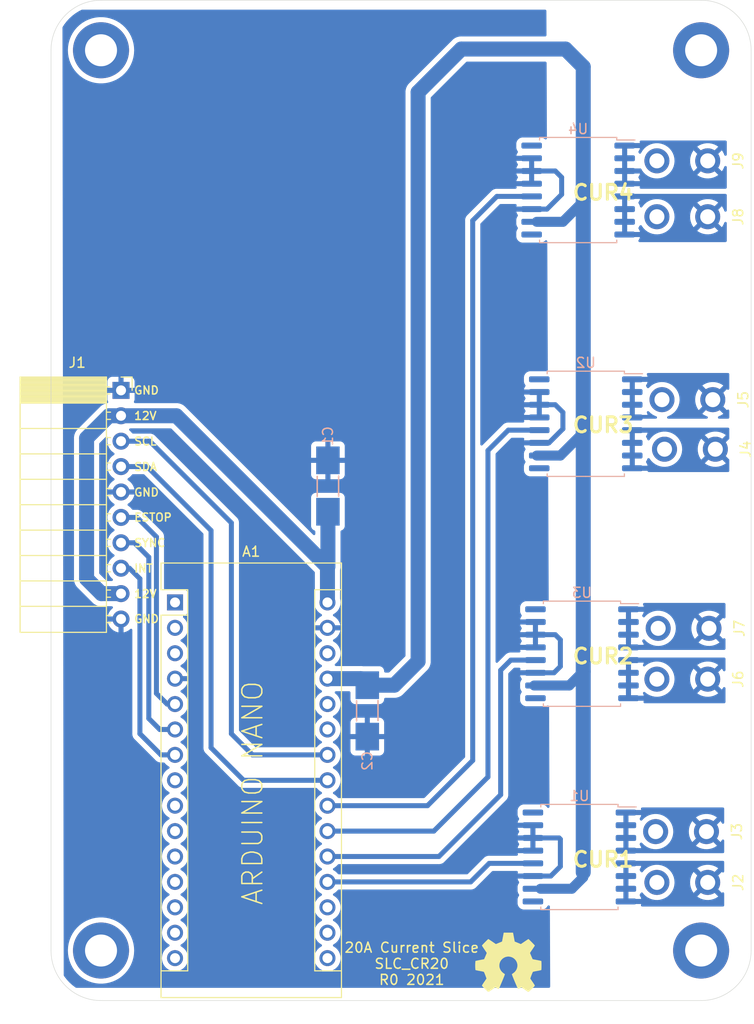
<source format=kicad_pcb>
(kicad_pcb (version 20240108) (generator "pcbnew") (generator_version "8.0")
  (layers (0 "F.Cu" signal) (31 "B.Cu" signal) (34 "B.Paste" user) (35 "F.Paste" user) (36 "B.SilkS" user "B.Silkscreen") (37 "F.SilkS" user "F.Silkscreen") (38 "B.Mask" user) (39 "F.Mask" user) (44 "Edge.Cuts" user))
  (net 0 "")
  (net 1 "Net-(A1-Pad16)")
  (net 2 "Net-(A1-Pad15)")
  (net 3 "Net-(A1-Pad14)")
  (net 4 "GND")
  (net 5 "Net-(A1-Pad13)")
  (net 6 "Net-(A1-Pad28)")
  (net 7 "Net-(A1-Pad12)")
  (net 8 "+5V")
  (net 9 "Net-(A1-Pad11)")
  (net 10 "Net-(A1-Pad26)")
  (net 11 "Net-(A1-Pad10)")
  (net 12 "Net-(A1-Pad25)")
  (net 13 "Net-(A1-Pad9)")
  (net 14 "/I2C_CLK")
  (net 15 "Net-(A1-Pad8)")
  (net 16 "/I2C_DAT")
  (net 17 "/SYNC")
  (net 18 "/E_STOP")
  (net 19 "Net-(A1-Pad3)")
  (net 20 "Net-(A1-Pad18)")
  (net 21 "Net-(A1-Pad2)")
  (net 22 "Net-(A1-Pad17)")
  (net 23 "Net-(A1-Pad1)")
  (net 24 "+12V")
  (net 25 "/INT")
  (net 26 "/CURR1")
  (net 27 "/CURR2")
  (net 28 "/CURR3")
  (net 29 "/CURR4")
  (net 30 "Net-(J2-Pad1)")
  (net 31 "Net-(J3-Pad1)")
  (net 32 "Net-(J4-Pad1)")
  (net 33 "Net-(J5-Pad1)")
  (net 34 "Net-(U1-Pad16)")
  (net 35 "Net-(U1-Pad9)")
  (net 36 "Net-(U2-Pad16)")
  (net 37 "Net-(U2-Pad9)")
  (net 38 "Net-(U3-Pad16)")
  (net 39 "Net-(U3-Pad9)")
  (net 40 "Net-(U4-Pad16)")
  (net 41 "Net-(U4-Pad9)")
  (net 42 "Net-(J6-Pad1)")
  (net 43 "Net-(J7-Pad1)")
  (net 44 "Net-(J8-Pad1)")
  (net 45 "Net-(J9-Pad1)")
  (footprint "MountingHole:MountingHole_3.2mm_M3_DIN965_Pad" (layer "F.Cu") (at 127.6 44.8)
    (property "Reference" "H1" (hide yes))
    (property "Value" "MountingHole")
    (pad "1" thru_hole circle (at 0 0) (size 5.6 5.6) (drill 3.2) (layers "*.Cu" "*.Mask"))
  )
  (footprint "MountingHole:MountingHole_3.2mm_M3_DIN965_Pad" (layer "F.Cu") (at 187.6 44.8)
    (property "Reference" "H2" (hide yes))
    (property "Value" "MountingHole")
    (pad "1" thru_hole circle (at 0 0) (size 5.6 5.6) (drill 3.2) (layers "*.Cu" "*.Mask"))
  )
  (footprint "MountingHole:MountingHole_3.2mm_M3_DIN965_Pad" (layer "F.Cu") (at 127.6 134.8)
    (property "Reference" "H3" (hide yes))
    (property "Value" "MountingHole")
    (pad "1" thru_hole circle (at 0 0) (size 5.6 5.6) (drill 3.2) (layers "*.Cu" "*.Mask"))
  )
  (footprint "MountingHole:MountingHole_3.2mm_M3_DIN965_Pad" (layer "F.Cu") (at 187.6 134.8)
    (property "Reference" "H4" (hide yes))
    (property "Value" "MountingHole")
    (pad "1" thru_hole circle (at 0 0) (size 5.6 5.6) (drill 3.2) (layers "*.Cu" "*.Mask"))
  )
  (footprint "Module:Arduino_Nano" (layer "F.Cu") (at 135 100)
    (property "Reference" "A1" (at 7.62 -5.08 0) (layer "F.SilkS"))
    (property "Value" "Arduino_Nano_v3.x")
    (fp_line (start -1.4 -3.94) (end -1.4 -1.27) (stroke (width 0.12)) (layer "F.SilkS"))
    (fp_line (start -1.4 1.27) (end -1.4 39.5) (stroke (width 0.12)) (layer "F.SilkS"))
    (fp_line (start -1.4 39.5) (end 16.64 39.5) (stroke (width 0.12)) (layer "F.SilkS"))
    (fp_line (start 1.27 -1.27) (end -1.4 -1.27) (stroke (width 0.12)) (layer "F.SilkS"))
    (fp_line (start 1.27 1.27) (end -1.4 1.27) (stroke (width 0.12)) (layer "F.SilkS"))
    (fp_line (start 1.27 1.27) (end 1.27 -1.27) (stroke (width 0.12)) (layer "F.SilkS"))
    (fp_line (start 1.27 1.27) (end 1.27 36.83) (stroke (width 0.12)) (layer "F.SilkS"))
    (fp_line (start 1.27 36.83) (end -1.4 36.83) (stroke (width 0.12)) (layer "F.SilkS"))
    (fp_line (start 13.97 -1.27) (end 13.97 36.83) (stroke (width 0.12)) (layer "F.SilkS"))
    (fp_line (start 13.97 -1.27) (end 16.64 -1.27) (stroke (width 0.12)) (layer "F.SilkS"))
    (fp_line (start 13.97 36.83) (end 16.64 36.83) (stroke (width 0.12)) (layer "F.SilkS"))
    (fp_line (start 16.64 -3.94) (end -1.4 -3.94) (stroke (width 0.12)) (layer "F.SilkS"))
    (fp_line (start 16.64 39.5) (end 16.64 -3.94) (stroke (width 0.12)) (layer "F.SilkS"))
    (pad "1" thru_hole rect (at 0 0) (size 1.6 1.6) (drill 1) (layers "*.Cu" "*.Mask") (net 23 "Net-(A1-Pad1)"))
    (pad "2" thru_hole oval (at 0 2.54) (size 1.6 1.6) (drill 1) (layers "*.Cu" "*.Mask") (net 21 "Net-(A1-Pad2)"))
    (pad "3" thru_hole oval (at 0 5.08) (size 1.6 1.6) (drill 1) (layers "*.Cu" "*.Mask") (net 19 "Net-(A1-Pad3)"))
    (pad "4" thru_hole oval (at 0 7.62) (size 1.6 1.6) (drill 1) (layers "*.Cu" "*.Mask") (net 4 "GND"))
    (pad "5" thru_hole oval (at 0 10.16) (size 1.6 1.6) (drill 1) (layers "*.Cu" "*.Mask") (net 18 "/E_STOP"))
    (pad "6" thru_hole oval (at 0 12.7) (size 1.6 1.6) (drill 1) (layers "*.Cu" "*.Mask") (net 25 "/INT"))
    (pad "7" thru_hole oval (at 0 15.24) (size 1.6 1.6) (drill 1) (layers "*.Cu" "*.Mask") (net 17 "/SYNC"))
    (pad "8" thru_hole oval (at 0 17.78) (size 1.6 1.6) (drill 1) (layers "*.Cu" "*.Mask") (net 15 "Net-(A1-Pad8)"))
    (pad "9" thru_hole oval (at 0 20.32) (size 1.6 1.6) (drill 1) (layers "*.Cu" "*.Mask") (net 13 "Net-(A1-Pad9)"))
    (pad "10" thru_hole oval (at 0 22.86) (size 1.6 1.6) (drill 1) (layers "*.Cu" "*.Mask") (net 11 "Net-(A1-Pad10)"))
    (pad "11" thru_hole oval (at 0 25.4) (size 1.6 1.6) (drill 1) (layers "*.Cu" "*.Mask") (net 9 "Net-(A1-Pad11)"))
    (pad "12" thru_hole oval (at 0 27.94) (size 1.6 1.6) (drill 1) (layers "*.Cu" "*.Mask") (net 7 "Net-(A1-Pad12)"))
    (pad "13" thru_hole oval (at 0 30.48) (size 1.6 1.6) (drill 1) (layers "*.Cu" "*.Mask") (net 5 "Net-(A1-Pad13)"))
    (pad "14" thru_hole oval (at 0 33.02) (size 1.6 1.6) (drill 1) (layers "*.Cu" "*.Mask") (net 3 "Net-(A1-Pad14)"))
    (pad "15" thru_hole oval (at 0 35.56) (size 1.6 1.6) (drill 1) (layers "*.Cu" "*.Mask") (net 2 "Net-(A1-Pad15)"))
    (pad "16" thru_hole oval (at 15.24 35.56) (size 1.6 1.6) (drill 1) (layers "*.Cu" "*.Mask") (net 1 "Net-(A1-Pad16)"))
    (pad "17" thru_hole oval (at 15.24 33.02) (size 1.6 1.6) (drill 1) (layers "*.Cu" "*.Mask") (net 22 "Net-(A1-Pad17)"))
    (pad "18" thru_hole oval (at 15.24 30.48) (size 1.6 1.6) (drill 1) (layers "*.Cu" "*.Mask") (net 20 "Net-(A1-Pad18)"))
    (pad "19" thru_hole oval (at 15.24 27.94) (size 1.6 1.6) (drill 1) (layers "*.Cu" "*.Mask") (net 26 "/CURR1"))
    (pad "20" thru_hole oval (at 15.24 25.4) (size 1.6 1.6) (drill 1) (layers "*.Cu" "*.Mask") (net 27 "/CURR2"))
    (pad "21" thru_hole oval (at 15.24 22.86) (size 1.6 1.6) (drill 1) (layers "*.Cu" "*.Mask") (net 28 "/CURR3"))
    (pad "22" thru_hole oval (at 15.24 20.32) (size 1.6 1.6) (drill 1) (layers "*.Cu" "*.Mask") (net 29 "/CURR4"))
    (pad "23" thru_hole oval (at 15.24 17.78) (size 1.6 1.6) (drill 1) (layers "*.Cu" "*.Mask") (net 16 "/I2C_DAT"))
    (pad "24" thru_hole oval (at 15.24 15.24) (size 1.6 1.6) (drill 1) (layers "*.Cu" "*.Mask") (net 14 "/I2C_CLK"))
    (pad "25" thru_hole oval (at 15.24 12.7) (size 1.6 1.6) (drill 1) (layers "*.Cu" "*.Mask") (net 12 "Net-(A1-Pad25)"))
    (pad "26" thru_hole oval (at 15.24 10.16) (size 1.6 1.6) (drill 1) (layers "*.Cu" "*.Mask") (net 10 "Net-(A1-Pad26)"))
    (pad "27" thru_hole oval (at 15.24 7.62) (size 1.6 1.6) (drill 1) (layers "*.Cu" "*.Mask") (net 8 "+5V"))
    (pad "28" thru_hole oval (at 15.24 5.08) (size 1.6 1.6) (drill 1) (layers "*.Cu" "*.Mask") (net 6 "Net-(A1-Pad28)"))
    (pad "29" thru_hole oval (at 15.24 2.54) (size 1.6 1.6) (drill 1) (layers "*.Cu" "*.Mask") (net 4 "GND"))
    (pad "30" thru_hole oval (at 15.24 0) (size 1.6 1.6) (drill 1) (layers "*.Cu" "*.Mask") (net 24 "+12V"))
  )
  (footprint "Connector_PinSocket_2.54mm:PinSocket_1x10_P2.54mm_Horizontal" (layer "F.Cu") (at 129.6 78.8)
    (property "Reference" "J1" (at -4.38 -2.77 0) (layer "F.SilkS"))
    (property "Value" "Conn_01x10_Female")
    (fp_line (start -10.09 -1.33) (end -10.09 24.19) (stroke (width 0.12)) (layer "F.SilkS"))
    (fp_line (start -10.09 -1.33) (end -1.46 -1.33) (stroke (width 0.12)) (layer "F.SilkS"))
    (fp_line (start -10.09 -1.21) (end -1.46 -1.21) (stroke (width 0.12)) (layer "F.SilkS"))
    (fp_line (start -10.09 -1.091905) (end -1.46 -1.091905) (stroke (width 0.12)) (layer "F.SilkS"))
    (fp_line (start -10.09 -0.97381) (end -1.46 -0.97381) (stroke (width 0.12)) (layer "F.SilkS"))
    (fp_line (start -10.09 -0.855715) (end -1.46 -0.855715) (stroke (width 0.12)) (layer "F.SilkS"))
    (fp_line (start -10.09 -0.73762) (end -1.46 -0.73762) (stroke (width 0.12)) (layer "F.SilkS"))
    (fp_line (start -10.09 -0.619525) (end -1.46 -0.619525) (stroke (width 0.12)) (layer "F.SilkS"))
    (fp_line (start -10.09 -0.50143) (end -1.46 -0.50143) (stroke (width 0.12)) (layer "F.SilkS"))
    (fp_line (start -10.09 -0.383335) (end -1.46 -0.383335) (stroke (width 0.12)) (layer "F.SilkS"))
    (fp_line (start -10.09 -0.26524) (end -1.46 -0.26524) (stroke (width 0.12)) (layer "F.SilkS"))
    (fp_line (start -10.09 -0.147145) (end -1.46 -0.147145) (stroke (width 0.12)) (layer "F.SilkS"))
    (fp_line (start -10.09 -0.02905) (end -1.46 -0.02905) (stroke (width 0.12)) (layer "F.SilkS"))
    (fp_line (start -10.09 0.089045) (end -1.46 0.089045) (stroke (width 0.12)) (layer "F.SilkS"))
    (fp_line (start -10.09 0.20714) (end -1.46 0.20714) (stroke (width 0.12)) (layer "F.SilkS"))
    (fp_line (start -10.09 0.325235) (end -1.46 0.325235) (stroke (width 0.12)) (layer "F.SilkS"))
    (fp_line (start -10.09 0.44333) (end -1.46 0.44333) (stroke (width 0.12)) (layer "F.SilkS"))
    (fp_line (start -10.09 0.561425) (end -1.46 0.561425) (stroke (width 0.12)) (layer "F.SilkS"))
    (fp_line (start -10.09 0.67952) (end -1.46 0.67952) (stroke (width 0.12)) (layer "F.SilkS"))
    (fp_line (start -10.09 0.797615) (end -1.46 0.797615) (stroke (width 0.12)) (layer "F.SilkS"))
    (fp_line (start -10.09 0.91571) (end -1.46 0.91571) (stroke (width 0.12)) (layer "F.SilkS"))
    (fp_line (start -10.09 1.033805) (end -1.46 1.033805) (stroke (width 0.12)) (layer "F.SilkS"))
    (fp_line (start -10.09 1.1519) (end -1.46 1.1519) (stroke (width 0.12)) (layer "F.SilkS"))
    (fp_line (start -10.09 1.27) (end -1.46 1.27) (stroke (width 0.12)) (layer "F.SilkS"))
    (fp_line (start -10.09 3.81) (end -1.46 3.81) (stroke (width 0.12)) (layer "F.SilkS"))
    (fp_line (start -10.09 6.35) (end -1.46 6.35) (stroke (width 0.12)) (layer "F.SilkS"))
    (fp_line (start -10.09 8.89) (end -1.46 8.89) (stroke (width 0.12)) (layer "F.SilkS"))
    (fp_line (start -10.09 11.43) (end -1.46 11.43) (stroke (width 0.12)) (layer "F.SilkS"))
    (fp_line (start -10.09 13.97) (end -1.46 13.97) (stroke (width 0.12)) (layer "F.SilkS"))
    (fp_line (start -10.09 16.51) (end -1.46 16.51) (stroke (width 0.12)) (layer "F.SilkS"))
    (fp_line (start -10.09 19.05) (end -1.46 19.05) (stroke (width 0.12)) (layer "F.SilkS"))
    (fp_line (start -10.09 21.59) (end -1.46 21.59) (stroke (width 0.12)) (layer "F.SilkS"))
    (fp_line (start -10.09 24.19) (end -1.46 24.19) (stroke (width 0.12)) (layer "F.SilkS"))
    (fp_line (start -1.46 -1.33) (end -1.46 24.19) (stroke (width 0.12)) (layer "F.SilkS"))
    (fp_line (start -1.46 -0.36) (end -1.11 -0.36) (stroke (width 0.12)) (layer "F.SilkS"))
    (fp_line (start -1.46 0.36) (end -1.11 0.36) (stroke (width 0.12)) (layer "F.SilkS"))
    (fp_line (start -1.46 2.18) (end -1.05 2.18) (stroke (width 0.12)) (layer "F.SilkS"))
    (fp_line (start -1.46 2.9) (end -1.05 2.9) (stroke (width 0.12)) (layer "F.SilkS"))
    (fp_line (start -1.46 4.72) (end -1.05 4.72) (stroke (width 0.12)) (layer "F.SilkS"))
    (fp_line (start -1.46 5.44) (end -1.05 5.44) (stroke (width 0.12)) (layer "F.SilkS"))
    (fp_line (start -1.46 7.26) (end -1.05 7.26) (stroke (width 0.12)) (layer "F.SilkS"))
    (fp_line (start -1.46 7.98) (end -1.05 7.98) (stroke (width 0.12)) (layer "F.SilkS"))
    (fp_line (start -1.46 9.8) (end -1.05 9.8) (stroke (width 0.12)) (layer "F.SilkS"))
    (fp_line (start -1.46 10.52) (end -1.05 10.52) (stroke (width 0.12)) (layer "F.SilkS"))
    (fp_line (start -1.46 12.34) (end -1.05 12.34) (stroke (width 0.12)) (layer "F.SilkS"))
    (fp_line (start -1.46 13.06) (end -1.05 13.06) (stroke (width 0.12)) (layer "F.SilkS"))
    (fp_line (start -1.46 14.88) (end -1.05 14.88) (stroke (width 0.12)) (layer "F.SilkS"))
    (fp_line (start -1.46 15.6) (end -1.05 15.6) (stroke (width 0.12)) (layer "F.SilkS"))
    (fp_line (start -1.46 17.42) (end -1.05 17.42) (stroke (width 0.12)) (layer "F.SilkS"))
    (fp_line (start -1.46 18.14) (end -1.05 18.14) (stroke (width 0.12)) (layer "F.SilkS"))
    (fp_line (start -1.46 19.96) (end -1.05 19.96) (stroke (width 0.12)) (layer "F.SilkS"))
    (fp_line (start -1.46 20.68) (end -1.05 20.68) (stroke (width 0.12)) (layer "F.SilkS"))
    (fp_line (start -1.46 22.5) (end -1.05 22.5) (stroke (width 0.12)) (layer "F.SilkS"))
    (fp_line (start -1.46 23.22) (end -1.05 23.22) (stroke (width 0.12)) (layer "F.SilkS"))
    (fp_line (start 0 -1.33) (end 1.11 -1.33) (stroke (width 0.12)) (layer "F.SilkS"))
    (fp_line (start 1.11 -1.33) (end 1.11 0) (stroke (width 0.12)) (layer "F.SilkS"))
    (pad "1" thru_hole rect (at 0 0) (size 1.7 1.7) (drill 1) (layers "*.Cu" "*.Mask") (net 4 "GND"))
    (pad "2" thru_hole oval (at 0 2.54) (size 1.7 1.7) (drill 1) (layers "*.Cu" "*.Mask") (net 24 "+12V"))
    (pad "3" thru_hole oval (at 0 5.08) (size 1.7 1.7) (drill 1) (layers "*.Cu" "*.Mask") (net 14 "/I2C_CLK"))
    (pad "4" thru_hole oval (at 0 7.62) (size 1.7 1.7) (drill 1) (layers "*.Cu" "*.Mask") (net 16 "/I2C_DAT"))
    (pad "5" thru_hole oval (at 0 10.16) (size 1.7 1.7) (drill 1) (layers "*.Cu" "*.Mask") (net 4 "GND"))
    (pad "6" thru_hole oval (at 0 12.7) (size 1.7 1.7) (drill 1) (layers "*.Cu" "*.Mask") (net 18 "/E_STOP"))
    (pad "7" thru_hole oval (at 0 15.24) (size 1.7 1.7) (drill 1) (layers "*.Cu" "*.Mask") (net 25 "/INT"))
    (pad "8" thru_hole oval (at 0 17.78) (size 1.7 1.7) (drill 1) (layers "*.Cu" "*.Mask") (net 17 "/SYNC"))
    (pad "9" thru_hole oval (at 0 20.32) (size 1.7 1.7) (drill 1) (layers "*.Cu" "*.Mask") (net 24 "+12V"))
    (pad "10" thru_hole oval (at 0 22.86) (size 1.7 1.7) (drill 1) (layers "*.Cu" "*.Mask") (net 4 "GND"))
  )
  (footprint "Symbol:OSHW-Symbol_6.7x6mm_SilkScreen" (layer "F.Cu") (at 168.32 135.99)
    (property "Reference" "Logo1" (hide yes))
    (property "Value" "Logo_Open_Hardware_Small" (hide yes))
    (fp_poly (pts (xy 0.555814 -2.531069) (xy 0.639635 -2.086445) (xy 0.94892 -1.958947) (xy 1.258206 -1.831449) (xy 1.629246 -2.083754) (xy 1.733157 -2.154004) (xy 1.827087 -2.216728) (xy 1.906652 -2.269062) (xy 1.96747 -2.308143) (xy 2.005157 -2.331107) (xy 2.015421 -2.336058) (xy 2.03391 -2.323324) (xy 2.07342 -2.288118) (xy 2.129522 -2.234938) (xy 2.197787 -2.168282) (xy 2.273786 -2.092646) (xy 2.353092 -2.012528) (xy 2.431275 -1.932426) (xy 2.503907 -1.856836) (xy 2.566559 -1.790255) (xy 2.614803 -1.737182) (xy 2.64421 -1.702113) (xy 2.651241 -1.690377) (xy 2.641123 -1.66874) (xy 2.612759 -1.621338) (xy 2.569129 -1.552807) (xy 2.513218 -1.467785) (xy 2.448006 -1.370907) (xy 2.410219 -1.31565) (xy 2.341343 -1.214752) (xy 2.28014 -1.123701) (xy 2.229578 -1.04703) (xy 2.192628 -0.989272) (xy 2.172258 -0.954957) (xy 2.169197 -0.947746) (xy 2.176136 -0.927252) (xy 2.195051 -0.879487) (xy 2.223087 -0.811168) (xy 2.257391 -0.729011) (xy 2.295109 -0.63973) (xy 2.333387 -0.550042) (xy 2.36937 -0.466662) (xy 2.400206 -0.396306) (xy 2.423039 -0.34569) (xy 2.435017 -0.321529) (xy 2.435724 -0.320578) (xy 2.454531 -0.315964) (xy 2.504618 -0.305672) (xy 2.580793 -0.290713) (xy 2.677865 -0.272099) (xy 2.790643 -0.250841) (xy 2.856442 -0.238582) (xy 2.97695 -0.215638) (xy 3.085797 -0.193805) (xy 3.177476 -0.174278) (xy 3.246481 -0.158252) (xy 3.287304 -0.146921) (xy 3.295511 -0.143326) (xy 3.303548 -0.118994) (xy 3.310033 -0.064041) (xy 3.31497 0.015108) (xy 3.318364 0.112026) (xy 3.320218 0.220287) (xy 3.320538 0.333465) (xy 3.319327 0.445135) (xy 3.31659 0.548868) (xy 3.312331 0.638241) (xy 3.306555 0.706826) (xy 3.299267 0.748197) (xy 3.294895 0.75681) (xy 3.268764 0.767133) (xy 3.213393 0.781892) (xy 3.136107 0.799352) (xy 3.04423 0.81778) (xy 3.012158 0.823741) (xy 2.857524 0.852066) (xy 2.735375 0.874876) (xy 2.641673 0.89308) (xy 2.572384 0.907583) (xy 2.523471 0.919292) (xy 2.490897 0.929115) (xy 2.470628 0.937956) (xy 2.458626 0.946724) (xy 2.456947 0.948457) (xy 2.440184 0.976371) (xy 2.414614 1.030695) (xy 2.382788 1.104777) (xy 2.34726 1.191965) (xy 2.310583 1.285608) (xy 2.275311 1.379052) (xy 2.243996 1.465647) (xy 2.219193 1.53874) (xy 2.203454 1.591678) (xy 2.199332 1.617811) (xy 2.199676 1.618726) (xy 2.213641 1.640086) (xy 2.245322 1.687084) (xy 2.291391 1.754827) (xy 2.348518 1.838423) (xy 2.413373 1.932982) (xy 2.431843 1.959854) (xy 2.497699 2.057275) (xy 2.55565 2.146163) (xy 2.602538 2.221412) (xy 2.635207 2.27792) (xy 2.6505 2.310581) (xy 2.651241 2.314593) (xy 2.638392 2.335684) (xy 2.602888 2.377464) (xy 2.549293 2.435445) (xy 2.482171 2.505135) (xy 2.406087 2.582045) (xy 2.325604 2.661683) (xy 2.245287 2.739561) (xy 2.169699 2.811186) (xy 2.103405 2.87207) (xy 2.050969 2.917721) (xy 2.016955 2.94365) (xy 2.007545 2.947883) (xy 1.985643 2.937912) (xy 1.9408 2.91102) (xy 1.880321 2.871736) (xy 1.833789 2.840117) (xy 1.749475 2.782098) (xy 1.649626 2.713784) (xy 1.549473 2.645579) (xy 1.495627 2.609075) (xy 1.313371 2.4858) (xy 1.160381 2.56852) (xy 1.090682 2.604759) (xy 1.031414 2.632926) (xy 0.991311 2.648991) (xy 0.981103 2.651226) (xy 0.968829 2.634722) (xy 0.944613 2.588082) (xy 0.910263 2.515609) (xy 0.867588 2.421606) (xy 0.818394 2.310374) (xy 0.76449 2.186215) (xy 0.707684 2.053432) (xy 0.649782 1.916327) (xy 0.592593 1.779202) (xy 0.537924 1.646358) (xy 0.487584 1.522098) (xy 0.44338 1.410725) (xy 0.407119 1.316539) (xy 0.380609 1.243844) (xy 0.365658 1.196941) (xy 0.363254 1.180833) (xy 0.382311 1.160286) (xy 0.424036 1.126933) (xy 0.479706 1.087702) (xy 0.484378 1.084599) (xy 0.628264 0.969423) (xy 0.744283 0.835053) (xy 0.83143 0.685784) (xy 0.888699 0.525913) (xy 0.915086 0.359737) (xy 0.909585 0.191552) (xy 0.87119 0.025655) (xy 0.798895 -0.133658) (xy 0.777626 -0.168513) (xy 0.666996 -0.309263) (xy 0.536302 -0.422286) (xy 0.390064 -0.506997) (xy 0.232808 -0.562806) (xy 0.069057 -0.589126) (xy -0.096667 -0.58537) (xy -0.259838 -0.55095) (xy -0.415935 -0.485277) (xy -0.560433 -0.387765) (xy -0.605131 -0.348187) (xy -0.718888 -0.224297) (xy -0.801782 -0.093876) (xy -0.858644 0.052315) (xy -0.890313 0.197088) (xy -0.898131 0.35986) (xy -0.872062 0.52344) (xy -0.814755 0.682298) (xy -0.728856 0.830906) (xy -0.617014 0.963735) (xy -0.481877 1.075256) (xy -0.464117 1.087011) (xy -0.40785 1.125508) (xy -0.365077 1.158863) (xy -0.344628 1.18016) (xy -0.344331 1.180833) (xy -0.348721 1.203871) (xy -0.366124 1.256157) (xy -0.394732 1.33339) (xy -0.432735 1.431268) (xy -0.478326 1.545491) (xy -0.529697 1.671758) (xy -0.585038 1.805767) (xy -0.642542 1.943218) (xy -0.700399 2.079808) (xy -0.756802 2.211237) (xy -0.809942 2.333205) (xy -0.85801 2.441409) (xy -0.899199 2.531549) (xy -0.931699 2.599323) (xy -0.953703 2.64043) (xy -0.962564 2.651226) (xy -0.98964 2.642819) (xy -1.040303 2.620272) (xy -1.105817 2.587613) (xy -1.141841 2.56852) (xy -1.294832 2.4858) (xy -1.477088 2.609075) (xy -1.570125 2.672228) (xy -1.671985 2.741727) (xy -1.767438 2.807165) (xy -1.81525 2.840117) (xy -1.882495 2.885273) (xy -1.939436 2.921057) (xy -1.978646 2.942938) (xy -1.991381 2.947563) (xy -2.009917 2.935085) (xy -2.050941 2.900252) (xy -2.110475 2.846678) (xy -2.184542 2.777983) (xy -2.269165 2.697781) (xy -2.322685 2.646286) (xy -2.416319 2.554286) (xy -2.497241 2.471999) (xy -2.562177 2.402945) (xy -2.607858 2.350644) (xy -2.631011 2.318616) (xy -2.633232 2.312116) (xy -2.622924 2.287394) (xy -2.594439 2.237405) (xy -2.550937 2.167212) (xy -2.495577 2.081875) (xy -2.43152 1.986456) (xy -2.413303 1.959854) (xy -2.346927 1.863167) (xy -2.287378 1.776117) (xy -2.237984 1.703595) (xy -2.202075 1.650493) (xy -2.182981 1.621703) (xy -2.181136 1.618726) (xy -2.183895 1.595782) (xy -2.198538 1.545336) (xy -2.222513 1.474041) (xy -2.253266 1.388547) (xy -2.288244 1.295507) (xy -2.324893 1.201574) (xy -2.360661 1.113399) (xy -2.392994 1.037634) (xy -2.419338 0.980931) (xy -2.437142 0.949943) (xy -2.438407 0.948457) (xy -2.449294 0.939601) (xy -2.467682 0.930843) (xy -2.497606 0.921277) (xy -2.543103 0.909996) (xy -2.608209 0.896093) (xy -2.696961 0.878663) (xy -2.813393 0.856798) (xy -2.961542 0.829591) (xy -2.993618 0.823741) (xy -3.088686 0.805374) (xy -3.171565 0.787405) (xy -3.23493 0.771569) (xy -3.271458 0.7596) (xy -3.276356 0.75681) (xy -3.284427 0.732072) (xy -3.290987 0.67679) (xy -3.296033 0.597389) (xy -3.299559 0.500296) (xy -3.301561 0.391938) (xy -3.302036 0.27874) (xy -3.300977 0.167128) (xy -3.298382 0.063529) (xy -3.294246 -0.025632) (xy -3.288563 -0.093928) (xy -3.281331 -0.134934) (xy -3.276971 -0.143326) (xy -3.252698 -0.151792) (xy -3.197426 -0.165565) (xy -3.116662 -0.18345) (xy -3.015912 -0.204252) (xy -2.900683 -0.226777) (xy -2.837902 -0.238582) (xy -2.718787 -0.260849) (xy -2.612565 -0.281021) (xy -2.524427 -0.298085) (xy -2.459566 -0.311031) (xy -2.423174 -0.318845) (xy -2.417184 -0.320578) (xy -2.407061 -0.34011) (xy -2.385662 -0.387157) (xy -2.355839 -0.454997) (xy -2.320445 -0.536909) (xy -2.282332 -0.626172) (xy -2.244353 -0.716065) (xy -2.20936 -0.799865) (xy -2.180206 -0.870853) (xy -2.159743 -0.922306) (xy -2.150823 -0.947503) (xy -2.150657 -0.948604) (xy -2.160769 -0.968481) (xy -2.189117 -1.014223) (xy -2.232723 -1.081283) (xy -2.288606 -1.165116) (xy -2.353787 -1.261174) (xy -2.391679 -1.31635) (xy -2.460725 -1.417519) (xy -2.52205 -1.50937) (xy -2.572663 -1.587256) (xy -2.609571 -1.646531) (xy -2.629782 -1.682549) (xy -2.632701 -1.690623) (xy -2.620153 -1.709416) (xy -2.585463 -1.749543) (xy -2.533063 -1.806507) (xy -2.467384 -1.875815) (xy -2.392856 -1.952969) (xy -2.313913 -2.033475) (xy -2.234983 -2.112837) (xy -2.1605 -2.18656) (xy -2.094894 -2.250148) (xy -2.042596 -2.299106) (xy -2.008039 -2.328939) (xy -1.996478 -2.336058) (xy -1.977654 -2.326047) (xy -1.932631 -2.297922) (xy -1.865787 -2.254546) (xy -1.781499 -2.198782) (xy -1.684144 -2.133494) (xy -1.610707 -2.083754) (xy -1.239667 -1.831449) (xy -0.621095 -2.086445) (xy -0.537275 -2.531069) (xy -0.453454 -2.975693) (xy 0.471994 -2.975693) (xy 0.555814 -2.531069)) (stroke (width 0.01)) (fill solid) (layer "F.SilkS"))
  )
  (footprint "Custom:Blade_Connector" (layer "F.Cu") (at 190.799 127.989 90)
    (property "Reference" "J2" (at 0 0.5 90) (layer "F.SilkS"))
    (property "Value" "Conn_01x01_Male")
    (pad "1" thru_hole circle (at 0 -2.54 90) (size 2.5 2.5) (drill 1.5) (layers "*.Cu" "*.Mask") (net 30 "Net-(J2-Pad1)"))
    (pad "2" thru_hole circle (at 0 -7.62 90) (size 2.5 2.5) (drill 1.5) (layers "*.Cu" "*.Mask"))
  )
  (footprint "Custom:Blade_Connector" (layer "F.Cu") (at 190.672 122.909 90)
    (property "Reference" "J3" (at 0 0.5 90) (layer "F.SilkS"))
    (property "Value" "Conn_01x01_Male")
    (pad "1" thru_hole circle (at 0 -2.54 90) (size 2.5 2.5) (drill 1.5) (layers "*.Cu" "*.Mask") (net 31 "Net-(J3-Pad1)"))
    (pad "2" thru_hole circle (at 0 -7.62 90) (size 2.5 2.5) (drill 1.5) (layers "*.Cu" "*.Mask"))
  )
  (footprint "Custom:Blade_Connector" (layer "F.Cu") (at 191.561 84.682 90)
    (property "Reference" "J4" (at 0 0.5 90) (layer "F.SilkS"))
    (property "Value" "Conn_01x01_Male")
    (pad "1" thru_hole circle (at 0 -2.54 90) (size 2.5 2.5) (drill 1.5) (layers "*.Cu" "*.Mask") (net 32 "Net-(J4-Pad1)"))
    (pad "2" thru_hole circle (at 0 -7.62 90) (size 2.5 2.5) (drill 1.5) (layers "*.Cu" "*.Mask"))
  )
  (footprint "Custom:Blade_Connector" (layer "F.Cu") (at 191.307 79.729 90)
    (property "Reference" "J5" (at 0 0.5 90) (layer "F.SilkS"))
    (property "Value" "Conn_01x01_Male")
    (pad "1" thru_hole circle (at 0 -2.54 90) (size 2.5 2.5) (drill 1.5) (layers "*.Cu" "*.Mask") (net 33 "Net-(J5-Pad1)"))
    (pad "2" thru_hole circle (at 0 -7.62 90) (size 2.5 2.5) (drill 1.5) (layers "*.Cu" "*.Mask"))
  )
  (footprint "Custom:Blade_Connector" (layer "F.Cu") (at 190.799 107.669 90)
    (property "Reference" "J6" (at 0 0.5 90) (layer "F.SilkS"))
    (property "Value" "Conn_01x01_Male")
    (pad "1" thru_hole circle (at 0 -2.54 90) (size 2.5 2.5) (drill 1.5) (layers "*.Cu" "*.Mask") (net 42 "Net-(J6-Pad1)"))
    (pad "2" thru_hole circle (at 0 -7.62 90) (size 2.5 2.5) (drill 1.5) (layers "*.Cu" "*.Mask"))
  )
  (footprint "Custom:Blade_Connector" (layer "F.Cu") (at 190.926 102.589 90)
    (property "Reference" "J7" (at 0 0.5 90) (layer "F.SilkS"))
    (property "Value" "Conn_01x01_Male")
    (pad "1" thru_hole circle (at 0 -2.54 90) (size 2.5 2.5) (drill 1.5) (layers "*.Cu" "*.Mask") (net 43 "Net-(J7-Pad1)"))
    (pad "2" thru_hole circle (at 0 -7.62 90) (size 2.5 2.5) (drill 1.5) (layers "*.Cu" "*.Mask"))
  )
  (footprint "Custom:Blade_Connector" (layer "F.Cu") (at 190.799 61.441 90)
    (property "Reference" "J8" (at 0 0.5 90) (layer "F.SilkS"))
    (property "Value" "Conn_01x01_Male")
    (pad "1" thru_hole circle (at 0 -2.54 90) (size 2.5 2.5) (drill 1.5) (layers "*.Cu" "*.Mask") (net 44 "Net-(J8-Pad1)"))
    (pad "2" thru_hole circle (at 0 -7.62 90) (size 2.5 2.5) (drill 1.5) (layers "*.Cu" "*.Mask"))
  )
  (footprint "Custom:Blade_Connector" (layer "F.Cu") (at 190.799 55.853 90)
    (property "Reference" "J9" (at 0 0.5 90) (layer "F.SilkS"))
    (property "Value" "Conn_01x01_Male")
    (pad "1" thru_hole circle (at 0 -2.54 90) (size 2.5 2.5) (drill 1.5) (layers "*.Cu" "*.Mask") (net 45 "Net-(J9-Pad1)"))
    (pad "2" thru_hole circle (at 0 -7.62 90) (size 2.5 2.5) (drill 1.5) (layers "*.Cu" "*.Mask"))
  )
  (footprint "OCI_UPL_FOOTPRINTS:C_2312" (layer "B.Cu") (at 154.223 110.844 -90)
    (property "Reference" "C2" (at 5 0 90) (layer "B.SilkS") (effects (justify mirror)))
    (property "Value" "10uF_t")
    (fp_line (start 1 1.07) (end -1.01 1.07) (stroke (width 0.15)) (layer "B.SilkS"))
    (fp_line (start 0.97 -1.07) (end -1.04 -1.07) (stroke (width 0.15)) (layer "B.SilkS"))
    (pad "1" smd rect (at -2.57 0 270) (size 2.77 2.35) (layers "B.Cu" "B.Paste" "B.Mask") (net 8 "+5V"))
    (pad "2" smd rect (at 2.57 0 270) (size 2.77 2.35) (layers "B.Cu" "B.Paste" "B.Mask") (net 4 "GND"))
  )
  (footprint "OCI_UPL_FOOTPRINTS:C_2312" (layer "B.Cu") (at 150.286 88.365 90)
    (property "Reference" "C1" (at 5 0 90) (layer "B.SilkS") (effects (justify mirror)))
    (property "Value" "10uF_t")
    (fp_line (start 0.97 -1.07) (end -1.04 -1.07) (stroke (width 0.15)) (layer "B.SilkS"))
    (fp_line (start 1 1.07) (end -1.01 1.07) (stroke (width 0.15)) (layer "B.SilkS"))
    (pad "1" smd rect (at -2.57 0 90) (size 2.77 2.35) (layers "B.Cu" "B.Paste" "B.Mask") (net 24 "+12V"))
    (pad "2" smd rect (at 2.57 0 90) (size 2.77 2.35) (layers "B.Cu" "B.Paste" "B.Mask") (net 4 "GND"))
  )
  (footprint "Package_SO:SOIC-16W_7.5x10.3mm_P1.27mm" (layer "B.Cu") (at 175.432 125.449 180)
    (property "Reference" "U1" (at 0 6.1 0) (layer "B.SilkS") (effects (justify mirror)))
    (property "Value" "ACS723xMATR-20AB")
    (fp_line (start 3.86 5.26) (end 3.86 5.005) (stroke (width 0.12)) (layer "B.SilkS"))
    (fp_line (start 3.86 -5.26) (end 3.86 -5.005) (stroke (width 0.12)) (layer "B.SilkS"))
    (fp_line (start 0 5.26) (end 3.86 5.26) (stroke (width 0.12)) (layer "B.SilkS"))
    (fp_line (start 0 5.26) (end -3.86 5.26) (stroke (width 0.12)) (layer "B.SilkS"))
    (fp_line (start 0 -5.26) (end 3.86 -5.26) (stroke (width 0.12)) (layer "B.SilkS"))
    (fp_line (start 0 -5.26) (end -3.86 -5.26) (stroke (width 0.12)) (layer "B.SilkS"))
    (fp_line (start -3.86 5.26) (end -3.86 5.005) (stroke (width 0.12)) (layer "B.SilkS"))
    (fp_line (start -3.86 5.005) (end -5.675 5.005) (stroke (width 0.12)) (layer "B.SilkS"))
    (fp_line (start -3.86 -5.26) (end -3.86 -5.005) (stroke (width 0.12)) (layer "B.SilkS"))
    (pad "1" smd roundrect (at -4.65 4.445 180) (size 2.05 0.6) (layers "B.Cu" "B.Paste" "B.Mask") (net 31 "Net-(J3-Pad1)"))
    (pad "2" smd roundrect (at -4.65 3.175 180) (size 2.05 0.6) (layers "B.Cu" "B.Paste" "B.Mask") (net 31 "Net-(J3-Pad1)"))
    (pad "3" smd roundrect (at -4.65 1.905 180) (size 2.05 0.6) (layers "B.Cu" "B.Paste" "B.Mask") (net 31 "Net-(J3-Pad1)"))
    (pad "4" smd roundrect (at -4.65 0.635 180) (size 2.05 0.6) (layers "B.Cu" "B.Paste" "B.Mask") (net 31 "Net-(J3-Pad1)"))
    (pad "5" smd roundrect (at -4.65 -0.635 180) (size 2.05 0.6) (layers "B.Cu" "B.Paste" "B.Mask") (net 30 "Net-(J2-Pad1)"))
    (pad "6" smd roundrect (at -4.65 -1.905 180) (size 2.05 0.6) (layers "B.Cu" "B.Paste" "B.Mask") (net 30 "Net-(J2-Pad1)"))
    (pad "7" smd roundrect (at -4.65 -3.175 180) (size 2.05 0.6) (layers "B.Cu" "B.Paste" "B.Mask") (net 30 "Net-(J2-Pad1)"))
    (pad "8" smd roundrect (at -4.65 -4.445 180) (size 2.05 0.6) (layers "B.Cu" "B.Paste" "B.Mask") (net 30 "Net-(J2-Pad1)"))
    (pad "9" smd roundrect (at 4.65 -4.445 180) (size 2.05 0.6) (layers "B.Cu" "B.Paste" "B.Mask") (net 35 "Net-(U1-Pad9)"))
    (pad "10" smd roundrect (at 4.65 -3.175 180) (size 2.05 0.6) (layers "B.Cu" "B.Paste" "B.Mask") (net 8 "+5V"))
    (pad "11" smd roundrect (at 4.65 -1.905 180) (size 2.05 0.6) (layers "B.Cu" "B.Paste" "B.Mask") (net 4 "GND"))
    (pad "12" smd roundrect (at 4.65 -0.635 180) (size 2.05 0.6) (layers "B.Cu" "B.Paste" "B.Mask") (net 26 "/CURR1"))
    (pad "13" smd roundrect (at 4.65 0.635 180) (size 2.05 0.6) (layers "B.Cu" "B.Paste" "B.Mask") (net 4 "GND"))
    (pad "14" smd roundrect (at 4.65 1.905 180) (size 2.05 0.6) (layers "B.Cu" "B.Paste" "B.Mask") (net 4 "GND"))
    (pad "15" smd roundrect (at 4.65 3.175 180) (size 2.05 0.6) (layers "B.Cu" "B.Paste" "B.Mask") (net 4 "GND"))
    (pad "16" smd roundrect (at 4.65 4.445 180) (size 2.05 0.6) (layers "B.Cu" "B.Paste" "B.Mask") (net 34 "Net-(U1-Pad16)"))
  )
  (footprint "Package_SO:SOIC-16W_7.5x10.3mm_P1.27mm" (layer "B.Cu") (at 175.305 58.774 180)
    (property "Reference" "U4" (at 0 6.1 0) (layer "B.SilkS") (effects (justify mirror)))
    (property "Value" "ACS723xMATR-20AB")
    (fp_line (start 3.86 5.26) (end 3.86 5.005) (stroke (width 0.12)) (layer "B.SilkS"))
    (fp_line (start 3.86 -5.26) (end 3.86 -5.005) (stroke (width 0.12)) (layer "B.SilkS"))
    (fp_line (start 0 5.26) (end 3.86 5.26) (stroke (width 0.12)) (layer "B.SilkS"))
    (fp_line (start 0 5.26) (end -3.86 5.26) (stroke (width 0.12)) (layer "B.SilkS"))
    (fp_line (start 0 -5.26) (end 3.86 -5.26) (stroke (width 0.12)) (layer "B.SilkS"))
    (fp_line (start 0 -5.26) (end -3.86 -5.26) (stroke (width 0.12)) (layer "B.SilkS"))
    (fp_line (start -3.86 5.26) (end -3.86 5.005) (stroke (width 0.12)) (layer "B.SilkS"))
    (fp_line (start -3.86 5.005) (end -5.675 5.005) (stroke (width 0.12)) (layer "B.SilkS"))
    (fp_line (start -3.86 -5.26) (end -3.86 -5.005) (stroke (width 0.12)) (layer "B.SilkS"))
    (pad "1" smd roundrect (at -4.65 4.445 180) (size 2.05 0.6) (layers "B.Cu" "B.Paste" "B.Mask") (net 45 "Net-(J9-Pad1)"))
    (pad "2" smd roundrect (at -4.65 3.175 180) (size 2.05 0.6) (layers "B.Cu" "B.Paste" "B.Mask") (net 45 "Net-(J9-Pad1)"))
    (pad "3" smd roundrect (at -4.65 1.905 180) (size 2.05 0.6) (layers "B.Cu" "B.Paste" "B.Mask") (net 45 "Net-(J9-Pad1)"))
    (pad "4" smd roundrect (at -4.65 0.635 180) (size 2.05 0.6) (layers "B.Cu" "B.Paste" "B.Mask") (net 45 "Net-(J9-Pad1)"))
    (pad "5" smd roundrect (at -4.65 -0.635 180) (size 2.05 0.6) (layers "B.Cu" "B.Paste" "B.Mask") (net 44 "Net-(J8-Pad1)"))
    (pad "6" smd roundrect (at -4.65 -1.905 180) (size 2.05 0.6) (layers "B.Cu" "B.Paste" "B.Mask") (net 44 "Net-(J8-Pad1)"))
    (pad "7" smd roundrect (at -4.65 -3.175 180) (size 2.05 0.6) (layers "B.Cu" "B.Paste" "B.Mask") (net 44 "Net-(J8-Pad1)"))
    (pad "8" smd roundrect (at -4.65 -4.445 180) (size 2.05 0.6) (layers "B.Cu" "B.Paste" "B.Mask") (net 44 "Net-(J8-Pad1)"))
    (pad "9" smd roundrect (at 4.65 -4.445 180) (size 2.05 0.6) (layers "B.Cu" "B.Paste" "B.Mask") (net 41 "Net-(U4-Pad9)"))
    (pad "10" smd roundrect (at 4.65 -3.175 180) (size 2.05 0.6) (layers "B.Cu" "B.Paste" "B.Mask") (net 8 "+5V"))
    (pad "11" smd roundrect (at 4.65 -1.905 180) (size 2.05 0.6) (layers "B.Cu" "B.Paste" "B.Mask") (net 4 "GND"))
    (pad "12" smd roundrect (at 4.65 -0.635 180) (size 2.05 0.6) (layers "B.Cu" "B.Paste" "B.Mask") (net 29 "/CURR4"))
    (pad "13" smd roundrect (at 4.65 0.635 180) (size 2.05 0.6) (layers "B.Cu" "B.Paste" "B.Mask") (net 4 "GND"))
    (pad "14" smd roundrect (at 4.65 1.905 180) (size 2.05 0.6) (layers "B.Cu" "B.Paste" "B.Mask") (net 4 "GND"))
    (pad "15" smd roundrect (at 4.65 3.175 180) (size 2.05 0.6) (layers "B.Cu" "B.Paste" "B.Mask") (net 4 "GND"))
    (pad "16" smd roundrect (at 4.65 4.445 180) (size 2.05 0.6) (layers "B.Cu" "B.Paste" "B.Mask") (net 40 "Net-(U4-Pad16)"))
  )
  (footprint "Package_SO:SOIC-16W_7.5x10.3mm_P1.27mm" (layer "B.Cu") (at 176.067 82.142 180)
    (property "Reference" "U2" (at 0 6.1 0) (layer "B.SilkS") (effects (justify mirror)))
    (property "Value" "ACS723xMATR-20AB")
    (fp_line (start 3.86 5.26) (end 3.86 5.005) (stroke (width 0.12)) (layer "B.SilkS"))
    (fp_line (start 3.86 -5.26) (end 3.86 -5.005) (stroke (width 0.12)) (layer "B.SilkS"))
    (fp_line (start 0 5.26) (end 3.86 5.26) (stroke (width 0.12)) (layer "B.SilkS"))
    (fp_line (start 0 5.26) (end -3.86 5.26) (stroke (width 0.12)) (layer "B.SilkS"))
    (fp_line (start 0 -5.26) (end 3.86 -5.26) (stroke (width 0.12)) (layer "B.SilkS"))
    (fp_line (start 0 -5.26) (end -3.86 -5.26) (stroke (width 0.12)) (layer "B.SilkS"))
    (fp_line (start -3.86 5.26) (end -3.86 5.005) (stroke (width 0.12)) (layer "B.SilkS"))
    (fp_line (start -3.86 5.005) (end -5.675 5.005) (stroke (width 0.12)) (layer "B.SilkS"))
    (fp_line (start -3.86 -5.26) (end -3.86 -5.005) (stroke (width 0.12)) (layer "B.SilkS"))
    (pad "1" smd roundrect (at -4.65 4.445 180) (size 2.05 0.6) (layers "B.Cu" "B.Paste" "B.Mask") (net 33 "Net-(J5-Pad1)"))
    (pad "2" smd roundrect (at -4.65 3.175 180) (size 2.05 0.6) (layers "B.Cu" "B.Paste" "B.Mask") (net 33 "Net-(J5-Pad1)"))
    (pad "3" smd roundrect (at -4.65 1.905 180) (size 2.05 0.6) (layers "B.Cu" "B.Paste" "B.Mask") (net 33 "Net-(J5-Pad1)"))
    (pad "4" smd roundrect (at -4.65 0.635 180) (size 2.05 0.6) (layers "B.Cu" "B.Paste" "B.Mask") (net 33 "Net-(J5-Pad1)"))
    (pad "5" smd roundrect (at -4.65 -0.635 180) (size 2.05 0.6) (layers "B.Cu" "B.Paste" "B.Mask") (net 32 "Net-(J4-Pad1)"))
    (pad "6" smd roundrect (at -4.65 -1.905 180) (size 2.05 0.6) (layers "B.Cu" "B.Paste" "B.Mask") (net 32 "Net-(J4-Pad1)"))
    (pad "7" smd roundrect (at -4.65 -3.175 180) (size 2.05 0.6) (layers "B.Cu" "B.Paste" "B.Mask") (net 32 "Net-(J4-Pad1)"))
    (pad "8" smd roundrect (at -4.65 -4.445 180) (size 2.05 0.6) (layers "B.Cu" "B.Paste" "B.Mask") (net 32 "Net-(J4-Pad1)"))
    (pad "9" smd roundrect (at 4.65 -4.445 180) (size 2.05 0.6) (layers "B.Cu" "B.Paste" "B.Mask") (net 37 "Net-(U2-Pad9)"))
    (pad "10" smd roundrect (at 4.65 -3.175 180) (size 2.05 0.6) (layers "B.Cu" "B.Paste" "B.Mask") (net 8 "+5V"))
    (pad "11" smd roundrect (at 4.65 -1.905 180) (size 2.05 0.6) (layers "B.Cu" "B.Paste" "B.Mask") (net 4 "GND"))
    (pad "12" smd roundrect (at 4.65 -0.635 180) (size 2.05 0.6) (layers "B.Cu" "B.Paste" "B.Mask") (net 28 "/CURR3"))
    (pad "13" smd roundrect (at 4.65 0.635 180) (size 2.05 0.6) (layers "B.Cu" "B.Paste" "B.Mask") (net 4 "GND"))
    (pad "14" smd roundrect (at 4.65 1.905 180) (size 2.05 0.6) (layers "B.Cu" "B.Paste" "B.Mask") (net 4 "GND"))
    (pad "15" smd roundrect (at 4.65 3.175 180) (size 2.05 0.6) (layers "B.Cu" "B.Paste" "B.Mask") (net 4 "GND"))
    (pad "16" smd roundrect (at 4.65 4.445 180) (size 2.05 0.6) (layers "B.Cu" "B.Paste" "B.Mask") (net 36 "Net-(U2-Pad16)"))
  )
  (footprint "Package_SO:SOIC-16W_7.5x10.3mm_P1.27mm" (layer "B.Cu") (at 175.686 105.129 180)
    (property "Reference" "U3" (at 0 6.1 0) (layer "B.SilkS") (effects (justify mirror)))
    (property "Value" "ACS723xMATR-20AB")
    (fp_line (start 3.86 5.26) (end 3.86 5.005) (stroke (width 0.12)) (layer "B.SilkS"))
    (fp_line (start 3.86 -5.26) (end 3.86 -5.005) (stroke (width 0.12)) (layer "B.SilkS"))
    (fp_line (start 0 5.26) (end 3.86 5.26) (stroke (width 0.12)) (layer "B.SilkS"))
    (fp_line (start 0 5.26) (end -3.86 5.26) (stroke (width 0.12)) (layer "B.SilkS"))
    (fp_line (start 0 -5.26) (end 3.86 -5.26) (stroke (width 0.12)) (layer "B.SilkS"))
    (fp_line (start 0 -5.26) (end -3.86 -5.26) (stroke (width 0.12)) (layer "B.SilkS"))
    (fp_line (start -3.86 5.26) (end -3.86 5.005) (stroke (width 0.12)) (layer "B.SilkS"))
    (fp_line (start -3.86 5.005) (end -5.675 5.005) (stroke (width 0.12)) (layer "B.SilkS"))
    (fp_line (start -3.86 -5.26) (end -3.86 -5.005) (stroke (width 0.12)) (layer "B.SilkS"))
    (pad "1" smd roundrect (at -4.65 4.445 180) (size 2.05 0.6) (layers "B.Cu" "B.Paste" "B.Mask") (net 43 "Net-(J7-Pad1)"))
    (pad "2" smd roundrect (at -4.65 3.175 180) (size 2.05 0.6) (layers "B.Cu" "B.Paste" "B.Mask") (net 43 "Net-(J7-Pad1)"))
    (pad "3" smd roundrect (at -4.65 1.905 180) (size 2.05 0.6) (layers "B.Cu" "B.Paste" "B.Mask") (net 43 "Net-(J7-Pad1)"))
    (pad "4" smd roundrect (at -4.65 0.635 180) (size 2.05 0.6) (layers "B.Cu" "B.Paste" "B.Mask") (net 43 "Net-(J7-Pad1)"))
    (pad "5" smd roundrect (at -4.65 -0.635 180) (size 2.05 0.6) (layers "B.Cu" "B.Paste" "B.Mask") (net 42 "Net-(J6-Pad1)"))
    (pad "6" smd roundrect (at -4.65 -1.905 180) (size 2.05 0.6) (layers "B.Cu" "B.Paste" "B.Mask") (net 42 "Net-(J6-Pad1)"))
    (pad "7" smd roundrect (at -4.65 -3.175 180) (size 2.05 0.6) (layers "B.Cu" "B.Paste" "B.Mask") (net 42 "Net-(J6-Pad1)"))
    (pad "8" smd roundrect (at -4.65 -4.445 180) (size 2.05 0.6) (layers "B.Cu" "B.Paste" "B.Mask") (net 42 "Net-(J6-Pad1)"))
    (pad "9" smd roundrect (at 4.65 -4.445 180) (size 2.05 0.6) (layers "B.Cu" "B.Paste" "B.Mask") (net 39 "Net-(U3-Pad9)"))
    (pad "10" smd roundrect (at 4.65 -3.175 180) (size 2.05 0.6) (layers "B.Cu" "B.Paste" "B.Mask") (net 8 "+5V"))
    (pad "11" smd roundrect (at 4.65 -1.905 180) (size 2.05 0.6) (layers "B.Cu" "B.Paste" "B.Mask") (net 4 "GND"))
    (pad "12" smd roundrect (at 4.65 -0.635 180) (size 2.05 0.6) (layers "B.Cu" "B.Paste" "B.Mask") (net 27 "/CURR2"))
    (pad "13" smd roundrect (at 4.65 0.635 180) (size 2.05 0.6) (layers "B.Cu" "B.Paste" "B.Mask") (net 4 "GND"))
    (pad "14" smd roundrect (at 4.65 1.905 180) (size 2.05 0.6) (layers "B.Cu" "B.Paste" "B.Mask") (net 4 "GND"))
    (pad "15" smd roundrect (at 4.65 3.175 180) (size 2.05 0.6) (layers "B.Cu" "B.Paste" "B.Mask") (net 4 "GND"))
    (pad "16" smd roundrect (at 4.65 4.445 180) (size 2.05 0.6) (layers "B.Cu" "B.Paste" "B.Mask") (net 38 "Net-(U3-Pad16)"))
  )
  (gr_line (start 192.6 44.8) (end 192.6 134.8) (stroke (width 0.05)) (layer "Edge.Cuts"))
  (gr_arc (start 127.6 139.8) (mid 124.064466 138.335534) (end 122.6 134.8) (stroke (width 0.05)) (layer "Edge.Cuts"))
  (gr_arc (start 192.6 134.8) (mid 191.135534 138.335534) (end 187.6 139.8) (stroke (width 0.05)) (layer "Edge.Cuts"))
  (gr_line (start 127.6 39.8) (end 187.6 39.8) (stroke (width 0.05)) (layer "Edge.Cuts"))
  (gr_arc (start 122.6 44.8) (mid 124.064466 41.264466) (end 127.6 39.8) (stroke (width 0.05)) (layer "Edge.Cuts"))
  (gr_arc (start 187.6 39.8) (mid 191.135534 41.264466) (end 192.6 44.8) (stroke (width 0.05)) (layer "Edge.Cuts"))
  (gr_line (start 127.6 139.8) (end 187.6 139.8) (stroke (width 0.05)) (layer "Edge.Cuts"))
  (gr_line (start 122.6 134.8) (end 122.6 44.8) (stroke (width 0.05)) (layer "Edge.Cuts"))
  (gr_text "CUR1" (at 177.8 125.7 0) (layer "F.SilkS") (effects (font (size 1.5 1.5) (thickness 0.3))))
  (gr_text "GND" (at 132.15 89 0) (layer "F.SilkS") (effects (font (size 0.8 0.8))))
  (gr_text "12V" (at 132.035715 99.15 0) (layer "F.SilkS") (effects (font (size 0.8 0.8))))
  (gr_text "SYNC" (at 132.47381 94.05 0) (layer "F.SilkS") (effects (font (size 0.8 0.8))))
  (gr_text "INT" (at 131.845238 96.6 0) (layer "F.SilkS") (effects (font (size 0.8 0.8))))
  (gr_text "ESTOP" (at 132.797619 91.5 0) (layer "F.SilkS") (effects (font (size 0.8 0.8))))
  (gr_text "SDA" (at 132.054762 86.45 0) (layer "F.SilkS") (effects (font (size 0.8 0.8))))
  (gr_text "ARDUINO NANO" (at 142.76 119.05 90) (layer "F.SilkS") (effects (font (size 2 2))))
  (gr_text "CUR4" (at 177.8 59.025 0) (layer "F.SilkS") (effects (font (size 1.5 1.5) (thickness 0.3))))
  (gr_text "20A Current Slice\nSLC_CR20\nR0 2021" (at 158.668 136.117 0) (layer "F.SilkS") (effects (font (size 1 1))))
  (gr_text "GND" (at 132.15 78.8 0) (layer "F.SilkS") (effects (font (size 0.8 0.8))))
  (gr_text "CUR2" (at 177.8 105.38 0) (layer "F.SilkS") (effects (font (size 1.5 1.5) (thickness 0.3))))
  (gr_text "12V" (at 132.035715 81.35 0) (layer "F.SilkS") (effects (font (size 0.8 0.8))))
  (gr_text "CUR3" (at 177.8 82.266 0) (layer "F.SilkS") (effects (font (size 1.5 1.5) (thickness 0.3))))
  (gr_text "GND" (at 132.15 101.65 0) (layer "F.SilkS") (effects (font (size 0.8 0.8))))
  (gr_text "SCL" (at 132.035715 83.9 0) (layer "F.SilkS") (effects (font (size 0.8 0.8))))
  (segment (start 173.019 103.224) (end 170.909 103.224) (width 0.5) (layer "B.Cu") (net 4))
  (segment (start 171.163 60.679) (end 172.188 60.679) (width 0.5) (layer "B.Cu") (net 4))
  (segment (start 172.188 60.679) (end 173.654 59.213) (width 0.5) (layer "B.Cu") (net 4))
  (segment (start 173.527 123.671) (end 173.4 123.544) (width 0.5) (layer "B.Cu") (net 4))
  (segment (start 172.569 127.354) (end 173.527 126.396) (width 0.5) (layer "B.Cu") (net 4))
  (segment (start 173.654 59.213) (end 173.654 57.504) (width 0.5) (layer "B.Cu") (net 4))
  (segment (start 173.781 82.65) (end 173.781 80.999) (width 0.5) (layer "B.Cu") (net 4))
  (segment (start 173.019 80.237) (end 171.163 80.237) (width 0.5) (layer "B.Cu") (net 4))
  (segment (start 172.892 107.034) (end 173.527 106.399) (width 0.5) (layer "B.Cu") (net 4))
  (segment (start 173.527 103.732) (end 173.019 103.224) (width 0.5) (layer "B.Cu") (net 4))
  (segment (start 173.654 57.504) (end 173.019 56.869) (width 0.5) (layer "B.Cu") (net 4))
  (segment (start 173.019 56.869) (end 171.163 56.869) (width 0.5) (layer "B.Cu") (net 4))
  (segment (start 171.163 84.047) (end 172.384 84.047) (width 0.5) (layer "B.Cu") (net 4))
  (segment (start 173.4 123.544) (end 171.544 123.544) (width 0.5) (layer "B.Cu") (net 4))
  (segment (start 171.544 127.354) (end 172.569 127.354) (width 0.5) (layer "B.Cu") (net 4))
  (segment (start 173.527 126.396) (end 173.527 123.671) (width 0.5) (layer "B.Cu") (net 4))
  (segment (start 173.781 80.999) (end 173.019 80.237) (width 0.5) (layer "B.Cu") (net 4))
  (segment (start 172.384 84.047) (end 173.781 82.65) (width 0.5) (layer "B.Cu") (net 4))
  (segment (start 173.527 106.399) (end 173.527 103.732) (width 0.5) (layer "B.Cu") (net 4))
  (segment (start 170.909 107.034) (end 172.892 107.034) (width 0.5) (layer "B.Cu") (net 4))
  (segment (start 154.223 108.274) (end 156.92 108.274) (width 1.5) (layer "B.Cu") (net 8))
  (segment (start 171.163 61.949) (end 173.781 61.949) (width 1) (layer "B.Cu") (net 8))
  (segment (start 171.163 85.317) (end 173.527 85.317) (width 1) (layer "B.Cu") (net 8))
  (segment (start 159.303 105.891) (end 159.303 48.995) (width 1.5) (layer "B.Cu") (net 8))
  (segment (start 153.569 107.62) (end 154.223 108.274) (width 1.5) (layer "B.Cu") (net 8))
  (segment (start 174.035 44.677) (end 175.813 46.455) (width 1.5) (layer "B.Cu") (net 8))
  (segment (start 174.67 128.624) (end 171.544 128.624) (width 1) (layer "B.Cu") (net 8))
  (segment (start 156.92 108.274) (end 159.303 105.891) (width 1.5) (layer "B.Cu") (net 8))
  (segment (start 173.781 61.949) (end 175.813 59.917) (width 1) (layer "B.Cu") (net 8))
  (segment (start 175.813 59.917) (end 175.813 83.031) (width 1.5) (layer "B.Cu") (net 8))
  (segment (start 175.813 46.455) (end 175.813 59.917) (width 1.5) (layer "B.Cu") (net 8))
  (segment (start 173.527 85.317) (end 175.813 83.031) (width 1) (layer "B.Cu") (net 8))
  (segment (start 175.813 106.907) (end 175.813 126.973) (width 1.5) (layer "B.Cu") (net 8))
  (segment (start 174.416 108.304) (end 175.813 106.907) (width 1) (layer "B.Cu") (net 8))
  (segment (start 159.303 48.995) (end 163.621 44.677) (width 1.5) (layer "B.Cu") (net 8))
  (segment (start 175.813 127.481) (end 174.67 128.624) (width 1) (layer "B.Cu") (net 8))
  (segment (start 175.813 126.973) (end 175.813 127.481) (width 1) (layer "B.Cu") (net 8))
  (segment (start 170.909 108.304) (end 174.416 108.304) (width 1) (layer "B.Cu") (net 8))
  (segment (start 163.621 44.677) (end 174.035 44.677) (width 1.5) (layer "B.Cu") (net 8))
  (segment (start 150.24 107.62) (end 153.569 107.62) (width 1.5) (layer "B.Cu") (net 8))
  (segment (start 175.813 83.031) (end 175.813 106.907) (width 1.5) (layer "B.Cu") (net 8))
  (segment (start 140.634 113.13) (end 142.744 115.24) (width 0.5) (layer "B.Cu") (net 14))
  (segment (start 132.466 83.88) (end 140.634 92.048) (width 0.5) (layer "B.Cu") (net 14))
  (segment (start 129.6 83.88) (end 132.466 83.88) (width 0.5) (layer "B.Cu") (net 14))
  (segment (start 142.744 115.24) (end 150.24 115.24) (width 0.5) (layer "B.Cu") (net 14))
  (segment (start 140.634 92.048) (end 140.634 113.13) (width 0.5) (layer "B.Cu") (net 14))
  (segment (start 129.6 86.42) (end 132.212 86.42) (width 0.5) (layer "B.Cu") (net 16))
  (segment (start 132.212 86.42) (end 138.602 92.81) (width 0.5) (layer "B.Cu") (net 16))
  (segment (start 141.855 117.78) (end 150.24 117.78) (width 0.5) (layer "B.Cu") (net 16))
  (segment (start 138.602 114.527) (end 141.855 117.78) (width 0.5) (layer "B.Cu") (net 16))
  (segment (start 138.602 92.81) (end 138.602 114.527) (width 0.5) (layer "B.Cu") (net 16))
  (segment (start 131.49 97.636) (end 130.434 96.58) (width 0.5) (layer "B.Cu") (net 17))
  (segment (start 130.434 96.58) (end 129.6 96.58) (width 0.5) (layer "B.Cu") (net 17))
  (segment (start 131.49 113.13) (end 131.49 97.636) (width 0.5) (layer "B.Cu") (net 17))
  (segment (start 133.6 115.24) (end 131.49 113.13) (width 0.5) (layer "B.Cu") (net 17))
  (segment (start 135 115.24) (end 133.6 115.24) (width 0.5) (layer "B.Cu") (net 17))
  (segment (start 131.196 91.5) (end 129.6 91.5) (width 0.5) (layer "B.Cu") (net 18))
  (segment (start 134.206 110.16) (end 133.141 109.095) (width 0.5) (layer "B.Cu") (net 18))
  (segment (start 133.141 93.445) (end 131.196 91.5) (width 0.5) (layer "B.Cu") (net 18))
  (segment (start 135 110.16) (end 134.206 110.16) (width 0.5) (layer "B.Cu") (net 18))
  (segment (start 133.141 109.095) (end 133.141 93.445) (width 0.5) (layer "B.Cu") (net 18))
  (segment (start 127.64 99.12) (end 126.156 97.636) (width 1.5) (layer "B.Cu") (net 24))
  (segment (start 150.286 96.401) (end 150.24 96.447) (width 1.5) (layer "B.Cu") (net 24))
  (segment (start 128.397919 81.34) (end 129.6 81.34) (width 1.5) (layer "B.Cu") (net 24))
  (segment (start 135.133 81.34) (end 150.24 96.447) (width 1.5) (layer "B.Cu") (net 24))
  (segment (start 129.6 99.12) (end 127.64 99.12) (width 1.5) (layer "B.Cu") (net 24))
  (segment (start 129.6 81.34) (end 135.133 81.34) (width 1.5) (layer "B.Cu") (net 24))
  (segment (start 150.24 96.447) (end 150.24 100) (width 1.5) (layer "B.Cu") (net 24))
  (segment (start 126.156 83.581919) (end 128.397919 81.34) (width 1.5) (layer "B.Cu") (net 24))
  (segment (start 150.286 90.935) (end 150.286 96.401) (width 1.5) (layer "B.Cu") (net 24))
  (segment (start 126.156 97.636) (end 126.156 83.581919) (width 1.5) (layer "B.Cu") (net 24))
  (segment (start 130.942 94.04) (end 129.6 94.04) (width 0.5) (layer "B.Cu") (net 25))
  (segment (start 133.473 112.7) (end 132.379 111.606) (width 0.5) (layer "B.Cu") (net 25))
  (segment (start 135 112.7) (end 133.473 112.7) (width 0.5) (layer "B.Cu") (net 25))
  (segment (start 132.379 95.477) (end 130.942 94.04) (width 0.5) (layer "B.Cu") (net 25))
  (segment (start 132.379 111.606) (end 132.379 95.477) (width 0.5) (layer "B.Cu") (net 25))
  (segment (start 150.24 127.94) (end 164.559 127.94) (width 0.5) (layer "B.Cu") (net 26))
  (segment (start 166.415 126.084) (end 171.544 126.084) (width 0.5) (layer "B.Cu") (net 26))
  (segment (start 164.559 127.94) (end 166.415 126.084) (width 0.5) (layer "B.Cu") (net 26))
  (segment (start 168.574 105.764) (end 170.909 105.764) (width 0.5) (layer "B.Cu") (net 27))
  (segment (start 167.558 106.78) (end 168.574 105.764) (width 0.5) (layer "B.Cu") (net 27))
  (segment (start 167.558 119.226) (end 167.558 106.78) (width 0.5) (layer "B.Cu") (net 27))
  (segment (start 161.384 125.4) (end 167.558 119.226) (width 0.5) (layer "B.Cu") (net 27))
  (segment (start 150.24 125.4) (end 161.384 125.4) (width 0.5) (layer "B.Cu") (net 27))
  (segment (start 168.32 82.777) (end 171.163 82.777) (width 0.5) (layer "B.Cu") (net 28))
  (segment (start 166.288 84.809) (end 168.32 82.777) (width 0.5) (layer "B.Cu") (net 28))
  (segment (start 160.876 122.86) (end 166.288 117.448) (width 0.5) (layer "B.Cu") (net 28))
  (segment (start 166.288 117.448) (end 166.288 84.809) (width 0.5) (layer "B.Cu") (net 28))
  (segment (start 150.24 122.86) (end 160.876 122.86) (width 0.5) (layer "B.Cu") (net 28))
  (segment (start 160.241 120.32) (end 164.764 115.797) (width 0.5) (layer "B.Cu") (net 29))
  (segment (start 164.764 61.822) (end 167.177 59.409) (width 0.5) (layer "B.Cu") (net 29))
  (segment (start 150.24 120.32) (end 160.241 120.32) (width 0.5) (layer "B.Cu") (net 29))
  (segment (start 164.764 115.797) (end 164.764 61.822) (width 0.5) (layer "B.Cu") (net 29))
  (segment (start 167.177 59.409) (end 171.163 59.409) (width 0.5) (layer "B.Cu") (net 29))
  (zone (net 4) (net_name "GND") (layer "B.Cu") (connect_pads (clearance 0.508)) (min_thickness 0.254) (fill yes (thermal_gap 0.508) (thermal_bridge_width 0.508))
    (polygon (pts (xy 172.511 138.53) (xy 123.87 138.53) (xy 123.743 40.74) (xy 172.13 40.74)))
  )
  (zone (net 30) (net_name "Net-(J2-Pad1)") (layer "B.Cu") (connect_pads (clearance 0.508)) (min_thickness 0.254) (fill yes (thermal_gap 0.508) (thermal_bridge_width 0.508))
    (polygon (pts (xy 189.91 130.402) (xy 179.623 130.402) (xy 179.623 125.83) (xy 189.91 125.83)))
  )
  (zone (net 31) (net_name "Net-(J3-Pad1)") (layer "B.Cu") (connect_pads (clearance 0.508)) (min_thickness 0.254) (fill yes (thermal_gap 0.508) (thermal_bridge_width 0.508))
    (polygon (pts (xy 189.91 125.068) (xy 179.623 125.068) (xy 179.623 120.496) (xy 189.91 120.496)))
  )
  (zone (net 42) (net_name "Net-(J6-Pad1)") (layer "B.Cu") (connect_pads (clearance 0.508)) (min_thickness 0.254) (fill yes (thermal_gap 0.508) (thermal_bridge_width 0.508))
    (polygon (pts (xy 190.037 110.082) (xy 179.242 110.082) (xy 179.242 105.51) (xy 190.037 105.51)))
  )
  (zone (net 43) (net_name "Net-(J7-Pad1)") (layer "B.Cu") (connect_pads (clearance 0.508)) (min_thickness 0.254) (fill yes (thermal_gap 0.508) (thermal_bridge_width 0.508))
    (polygon (pts (xy 190.037 104.748) (xy 179.115 104.748) (xy 179.115 100.049) (xy 190.037 100.049)))
  )
  (zone (net 32) (net_name "Net-(J4-Pad1)") (layer "B.Cu") (connect_pads (clearance 0.508)) (min_thickness 0.254) (fill yes (thermal_gap 0.508) (thermal_bridge_width 0.508))
    (polygon (pts (xy 190.418 86.968) (xy 179.242 86.968) (xy 179.242 82.523) (xy 190.418 82.523)))
  )
  (zone (net 33) (net_name "Net-(J5-Pad1)") (layer "B.Cu") (connect_pads (clearance 0.508)) (min_thickness 0.254) (fill yes (thermal_gap 0.508) (thermal_bridge_width 0.508))
    (polygon (pts (xy 190.418 81.634) (xy 179.369 81.634) (xy 179.369 77.062) (xy 190.418 77.062)))
  )
  (zone (net 44) (net_name "Net-(J8-Pad1)") (layer "B.Cu") (connect_pads (clearance 0.508)) (min_thickness 0.254) (fill yes (thermal_gap 0.508) (thermal_bridge_width 0.508))
    (polygon (pts (xy 190.164 63.981) (xy 179.115 63.981) (xy 179.115 59.155) (xy 190.164 59.155)))
  )
  (zone (net 45) (net_name "Net-(J9-Pad1)") (layer "B.Cu") (connect_pads (clearance 0.508)) (min_thickness 0.254) (fill yes (thermal_gap 0.508) (thermal_bridge_width 0.508))
    (polygon (pts (xy 190.164 58.647) (xy 179.115 58.647) (xy 179.115 53.821) (xy 190.164 53.821)))
  )
)
</source>
